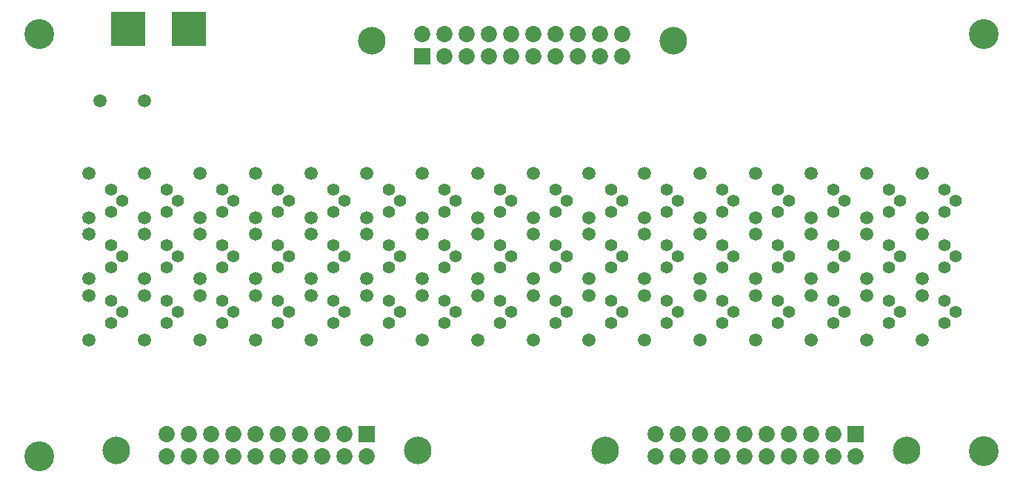
<source format=gts>
G04 Output by ViewMate Deluxe V11.0.9  PentaLogix LLC*
G04 Tue Nov 11 15:55:57 2014*
%FSLAX33Y33*%
%MOMM*%
%IPPOS*%
%ADD115R,1.8542X1.8542*%
%ADD116C,1.8542*%
%ADD117C,3.1496*%
%ADD118C,1.5113*%
%ADD119C,1.4122*%
%ADD120C,3.4036*%
%ADD121R,4.0132X4.0132*%

%LPD*%
X0Y0D2*D115*G1X48578Y56198D3*X98108Y13018D3*X42228Y13018D3*D116*X26988Y10478D3*X24448Y10478D3*X21908Y10478D3*X19368Y10478D3*X19368Y13018D3*X21908Y13018D3*X24448Y13018D3*X26988Y13018D3*X39688Y13018D3*X37148Y13018D3*X34608Y13018D3*X32068Y13018D3*X29528Y13018D3*X29528Y10478D3*X32068Y10478D3*X34608Y10478D3*X37148Y10478D3*X39688Y10478D3*X42228Y10478D3*X90488Y13018D3*X93028Y13018D3*X95568Y13018D3*X98108Y10478D3*X95568Y10478D3*X93028Y10478D3*X90488Y10478D3*X75248Y10478D3*X77788Y10478D3*X80328Y10478D3*X82868Y10478D3*X85408Y10478D3*X87948Y10478D3*X87948Y13018D3*X85408Y13018D3*X82868Y13018D3*X80328Y13018D3*X77788Y13018D3*X75248Y13018D3*X58738Y56198D3*X61278Y56198D3*X63818Y56198D3*X66358Y56198D3*X68898Y56198D3*X71438Y56198D3*X71438Y58738D3*X68898Y58738D3*X66358Y58738D3*X63818Y58738D3*X61278Y58738D3*X58738Y58738D3*X48578Y58738D3*X51118Y58738D3*X53658Y58738D3*X56198Y58738D3*X56198Y56198D3*X53658Y56198D3*X51118Y56198D3*D117*X42761Y58001D3*X77254Y58001D3*X103924Y11214D3*X69431Y11214D3*X48044Y11214D3*X13551Y11214D3*D118*X11748Y51118D3*X16828Y51118D3*X42228Y28892D3*X42228Y30798D3*X35878Y30798D3*X35878Y28892D3*X29528Y28892D3*X29528Y30798D3*X23178Y30798D3*X23178Y28892D3*X16828Y28892D3*X16828Y30798D3*X10478Y30798D3*X10478Y28892D3*X10478Y23812D3*X16828Y23812D3*X23178Y23812D3*X29528Y23812D3*X35878Y23812D3*X42228Y23812D3*X48578Y23812D3*X54928Y23812D3*X61278Y23812D3*X67628Y23812D3*X73978Y23812D3*X80328Y23812D3*X86678Y23812D3*X93028Y23812D3*X99378Y23812D3*X105728Y23812D3*X105728Y30798D3*X105728Y28892D3*X99378Y28892D3*X99378Y30798D3*X93028Y30798D3*X93028Y28892D3*X86678Y28892D3*X86678Y30798D3*X80328Y30798D3*X80328Y28892D3*X73978Y28892D3*X73978Y30798D3*X67628Y30798D3*X67628Y28892D3*X61278Y28892D3*X61278Y30798D3*X54928Y30798D3*X54928Y28892D3*X48578Y28892D3*X48578Y30798D3*X48578Y42862D3*X54928Y42862D3*X61278Y42862D3*X67628Y42862D3*X73978Y42862D3*X80328Y42862D3*X86678Y42862D3*X93028Y42862D3*X99378Y42862D3*X105728Y42862D3*X105728Y37782D3*X105728Y35878D3*X99378Y35878D3*X99378Y37782D3*X93028Y37782D3*X93028Y35878D3*X86678Y35878D3*X86678Y37782D3*X80328Y37782D3*X80328Y35878D3*X73978Y35878D3*X73978Y37782D3*X67628Y37782D3*X67628Y35878D3*X61278Y35878D3*X61278Y37782D3*X54928Y37782D3*X54928Y35878D3*X48578Y35878D3*X48578Y37782D3*X42228Y37782D3*X42228Y35878D3*X35878Y35878D3*X35878Y37782D3*X29528Y37782D3*X29528Y35878D3*X23178Y35878D3*X23178Y37782D3*X16828Y37782D3*X16828Y35878D3*X10478Y35878D3*X10478Y37782D3*X10478Y42862D3*X16828Y42862D3*X23178Y42862D3*X29528Y42862D3*X35878Y42862D3*X42228Y42862D3*D119*X108268Y40958D3*X109538Y39688D3*X108268Y38418D3*X108268Y34608D3*X109538Y33338D3*X108268Y32068D3*X108268Y25718D3*X109538Y26988D3*X108268Y28258D3*X101918Y28258D3*X103188Y26988D3*X101918Y25718D3*X95568Y25718D3*X96838Y26988D3*X95568Y28258D3*X95568Y34608D3*X95568Y32068D3*X96838Y33338D3*X101918Y32068D3*X103188Y33338D3*X101918Y34608D3*X101918Y38418D3*X103188Y39688D3*X101918Y40958D3*X95568Y40958D3*X96838Y39688D3*X95568Y38418D3*X89218Y38418D3*X90488Y39688D3*X89218Y40958D3*X82868Y40958D3*X84138Y39688D3*X82868Y38418D3*X70168Y32068D3*X71438Y33338D3*X70168Y34608D3*X63818Y34608D3*X65088Y33338D3*X63818Y32068D3*X57468Y32068D3*X58738Y33338D3*X57468Y34608D3*X57468Y40958D3*X57468Y38418D3*X58738Y39688D3*X63818Y40958D3*X63818Y38418D3*X65088Y39688D3*X70168Y40958D3*X70168Y38418D3*X71438Y39688D3*X76518Y40958D3*X77788Y39688D3*X76518Y38418D3*X76518Y34608D3*X76518Y32068D3*X77788Y33338D3*X82868Y34608D3*X82868Y32068D3*X84138Y33338D3*X89218Y34608D3*X90488Y33338D3*X89218Y32068D3*X89218Y28258D3*X90488Y26988D3*X89218Y25718D3*X82868Y25718D3*X84138Y26988D3*X82868Y28258D3*X76518Y28258D3*X77788Y26988D3*X76518Y25718D3*X70168Y25718D3*X71438Y26988D3*X70168Y28258D3*X63818Y28258D3*X65088Y26988D3*X63818Y25718D3*X57468Y25718D3*X58738Y26988D3*X57468Y28258D3*X51118Y28258D3*X52388Y26988D3*X51118Y25718D3*X44768Y25718D3*X46038Y26988D3*X44768Y28258D3*X44768Y34608D3*X44768Y32068D3*X46038Y33338D3*X51118Y32068D3*X52388Y33338D3*X51118Y34608D3*X51118Y38418D3*X52388Y39688D3*X51118Y40958D3*X44768Y40958D3*X46038Y39688D3*X44768Y38418D3*X38418Y38418D3*X39688Y39688D3*X38418Y40958D3*X32068Y40958D3*X33338Y39688D3*X32068Y38418D3*X32068Y34608D3*X32068Y32068D3*X33338Y33338D3*X38418Y34608D3*X39688Y33338D3*X38418Y32068D3*X38418Y28258D3*X39688Y26988D3*X38418Y25718D3*X32068Y25718D3*X33338Y26988D3*X32068Y28258D3*X13018Y28258D3*X13018Y25718D3*X14288Y26988D3*X19368Y28258D3*X19368Y25718D3*X20638Y26988D3*X25718Y25718D3*X26988Y26988D3*X25718Y28258D3*X25718Y32068D3*X26988Y33338D3*X25718Y34608D3*X25718Y38418D3*X26988Y39688D3*X25718Y40958D3*X19368Y40958D3*X20638Y39688D3*X19368Y38418D3*X19368Y34608D3*X20638Y33338D3*X19368Y32068D3*X13018Y32068D3*X14288Y33338D3*X13018Y34608D3*X13018Y38418D3*X14288Y39688D3*X13018Y40958D3*D120*X112712Y11112D3*X112712Y58738D3*X4762Y58738D3*X4762Y10478D3*D121*X14922Y59372D3*X21908Y59372D3*X0Y0D2*M02*
</source>
